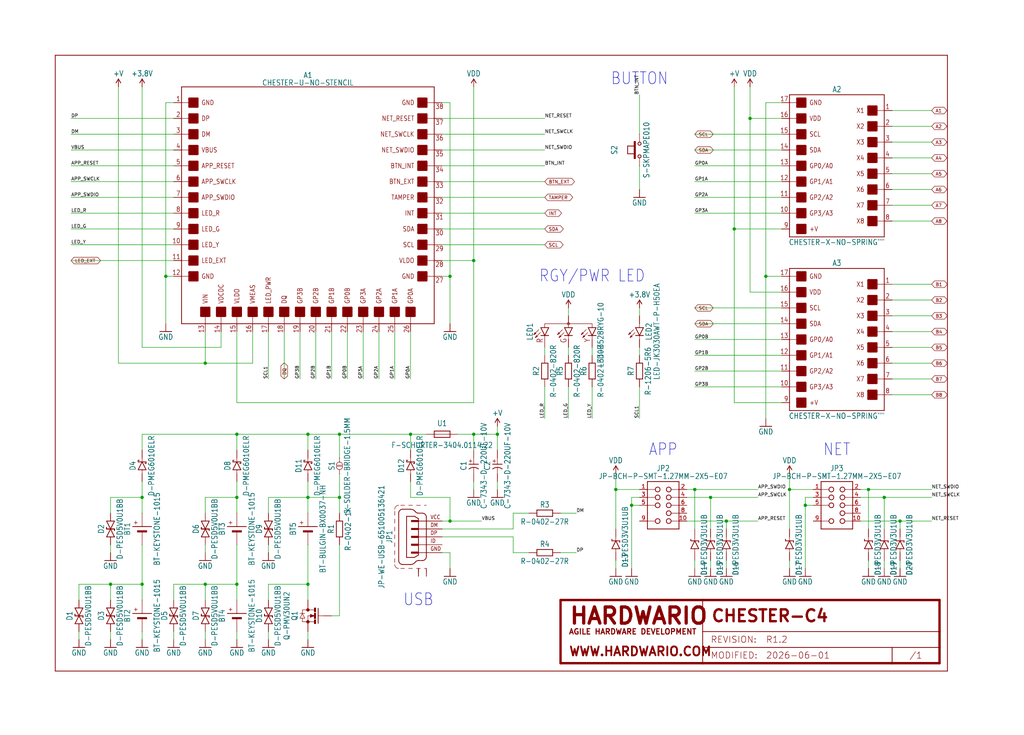
<source format=kicad_sch>
(kicad_sch (version 20230121) (generator eeschema)
  (paper "User" 329.438 236.474)
  (junction (at 144.78 167.64))
  (junction (at 246.38 88.9))
  (junction (at 76.2 160.02))
  (junction (at 144.78 88.9))
  (junction (at 35.56 187.96))
  (junction (at 45.72 187.96))
  (junction (at 279.4 157.48))
  (junction (at 241.3 38.1))
  (junction (at 152.4 139.7))
  (junction (at 259.08 162.56))
  (junction (at 198.12 157.48))
  (junction (at 45.72 160.02))
  (junction (at 160.02 139.7))
  (junction (at 289.56 167.64))
  (junction (at 53.34 88.9))
  (junction (at 152.4 83.82))
  (junction (at 66.04 187.96))
  (junction (at 233.68 167.64))
  (junction (at 132.08 139.7))
  (junction (at 76.2 187.96))
  (junction (at 236.22 73.66))
  (junction (at 99.06 187.96))
  (junction (at 223.52 157.48))
  (junction (at 99.06 139.7))
  (junction (at 203.2 162.56))
  (junction (at 66.04 116.84))
  (junction (at 284.48 160.02))
  (junction (at 228.6 160.02))
  (junction (at 109.22 139.7))
  (junction (at 99.06 160.02))
  (junction (at 76.2 139.7))
  (junction (at 109.22 160.02))
  (junction (at 254 157.48))
  (wire (pts (xy 144.78 33.02) (xy 144.78 88.9)) (stroke (width 0.1524)))
  (wire (pts (xy 142.24 63.5) (xy 175.26 63.5)) (stroke (width 0.1524)))
  (wire (pts (xy 116.84 106.68) (xy 116.84 121.92)) (stroke (width 0.1524)))
  (wire (pts (xy 251.46 93.98) (xy 241.3 93.98)) (stroke (width 0.1524)))
  (wire (pts (xy 55.88 38.1) (xy 22.86 38.1)) (stroke (width 0.1524)))
  (wire (pts (xy 287.02 91.44) (xy 299.72 91.44)) (stroke (width 0.1524)))
  (wire (pts (xy 228.6 170.18) (xy 228.6 160.02)) (stroke (width 0.1524)))
  (wire (pts (xy 175.26 114.3) (xy 175.26 111.76)) (stroke (width 0.1524)))
  (wire (pts (xy 220.98 160.02) (xy 228.6 160.02)) (stroke (width 0.1524)))
  (wire (pts (xy 251.46 114.3) (xy 223.52 114.3)) (stroke (width 0.1524)))
  (wire (pts (xy 287.02 50.8) (xy 299.72 50.8)) (stroke (width 0.1524)))
  (wire (pts (xy 236.22 73.66) (xy 251.46 73.66)) (stroke (width 0.1524)))
  (wire (pts (xy 241.3 38.1) (xy 251.46 38.1)) (stroke (width 0.1524)))
  (wire (pts (xy 251.46 119.38) (xy 223.52 119.38)) (stroke (width 0.1524)))
  (wire (pts (xy 35.56 187.96) (xy 45.72 187.96)) (stroke (width 0.1524)))
  (wire (pts (xy 86.36 160.02) (xy 99.06 160.02)) (stroke (width 0.1524)))
  (wire (pts (xy 261.62 160.02) (xy 259.08 160.02)) (stroke (width 0.1524)))
  (wire (pts (xy 55.88 48.26) (xy 22.86 48.26)) (stroke (width 0.1524)))
  (wire (pts (xy 66.04 160.02) (xy 76.2 160.02)) (stroke (width 0.1524)))
  (wire (pts (xy 66.04 193.04) (xy 66.04 187.96)) (stroke (width 0.1524)))
  (wire (pts (xy 55.88 33.02) (xy 53.34 33.02)) (stroke (width 0.1524)))
  (wire (pts (xy 287.02 96.52) (xy 299.72 96.52)) (stroke (width 0.1524)))
  (wire (pts (xy 142.24 43.18) (xy 175.26 43.18)) (stroke (width 0.1524)))
  (wire (pts (xy 66.04 177.8) (xy 66.04 175.26)) (stroke (width 0.1524)))
  (wire (pts (xy 66.04 116.84) (xy 81.28 116.84)) (stroke (width 0.1524)))
  (wire (pts (xy 76.2 160.02) (xy 76.2 165.1)) (stroke (width 0.1524)))
  (wire (pts (xy 190.5 134.62) (xy 190.5 124.46)) (stroke (width 0.1524)))
  (wire (pts (xy 246.38 88.9) (xy 246.38 33.02)) (stroke (width 0.1524)))
  (wire (pts (xy 228.6 182.88) (xy 228.6 180.34)) (stroke (width 0.1524)))
  (wire (pts (xy 99.06 187.96) (xy 99.06 175.26)) (stroke (width 0.1524)))
  (wire (pts (xy 142.24 58.42) (xy 175.26 58.42)) (stroke (width 0.1524)))
  (wire (pts (xy 38.1 116.84) (xy 66.04 116.84)) (stroke (width 0.1524)))
  (wire (pts (xy 205.74 162.56) (xy 203.2 162.56)) (stroke (width 0.1524)))
  (wire (pts (xy 165.1 165.1) (xy 170.18 165.1)) (stroke (width 0.1524)))
  (wire (pts (xy 109.22 198.12) (xy 106.68 198.12)) (stroke (width 0.1524)))
  (wire (pts (xy 86.36 203.2) (xy 86.36 205.74)) (stroke (width 0.1524)))
  (wire (pts (xy 251.46 43.18) (xy 223.52 43.18)) (stroke (width 0.1524)))
  (wire (pts (xy 99.06 144.78) (xy 99.06 139.7)) (stroke (width 0.1524)))
  (wire (pts (xy 66.04 205.74) (xy 66.04 203.2)) (stroke (width 0.1524)))
  (wire (pts (xy 190.5 114.3) (xy 190.5 111.76)) (stroke (width 0.1524)))
  (wire (pts (xy 53.34 33.02) (xy 53.34 88.9)) (stroke (width 0.1524)))
  (wire (pts (xy 251.46 53.34) (xy 223.52 53.34)) (stroke (width 0.1524)))
  (wire (pts (xy 45.72 111.76) (xy 45.72 27.94)) (stroke (width 0.1524)))
  (wire (pts (xy 142.24 48.26) (xy 175.26 48.26)) (stroke (width 0.1524)))
  (wire (pts (xy 182.88 114.3) (xy 182.88 111.76)) (stroke (width 0.1524)))
  (wire (pts (xy 147.32 139.7) (xy 152.4 139.7)) (stroke (width 0.1524)))
  (wire (pts (xy 180.34 165.1) (xy 185.42 165.1)) (stroke (width 0.1524)))
  (wire (pts (xy 35.56 205.74) (xy 35.56 203.2)) (stroke (width 0.1524)))
  (wire (pts (xy 132.08 160.02) (xy 144.78 160.02)) (stroke (width 0.1524)))
  (wire (pts (xy 91.44 106.68) (xy 91.44 121.92)) (stroke (width 0.1524)))
  (wire (pts (xy 287.02 60.96) (xy 299.72 60.96)) (stroke (width 0.1524)))
  (wire (pts (xy 233.68 170.18) (xy 233.68 167.64)) (stroke (width 0.1524)))
  (wire (pts (xy 203.2 182.88) (xy 203.2 162.56)) (stroke (width 0.1524)))
  (wire (pts (xy 38.1 27.94) (xy 38.1 116.84)) (stroke (width 0.1524)))
  (wire (pts (xy 236.22 73.66) (xy 236.22 27.94)) (stroke (width 0.1524)))
  (wire (pts (xy 228.6 160.02) (xy 243.84 160.02)) (stroke (width 0.1524)))
  (wire (pts (xy 198.12 157.48) (xy 205.74 157.48)) (stroke (width 0.1524)))
  (wire (pts (xy 205.74 30.48) (xy 205.74 43.18)) (stroke (width 0.1524)))
  (wire (pts (xy 144.78 182.88) (xy 144.78 177.8)) (stroke (width 0.1524)))
  (wire (pts (xy 152.4 129.54) (xy 152.4 83.82)) (stroke (width 0.1524)))
  (wire (pts (xy 175.26 124.46) (xy 175.26 134.62)) (stroke (width 0.1524)))
  (wire (pts (xy 121.92 106.68) (xy 121.92 121.92)) (stroke (width 0.1524)))
  (wire (pts (xy 35.56 193.04) (xy 35.56 187.96)) (stroke (width 0.1524)))
  (wire (pts (xy 220.98 157.48) (xy 223.52 157.48)) (stroke (width 0.1524)))
  (wire (pts (xy 198.12 152.4) (xy 198.12 157.48)) (stroke (width 0.1524)))
  (wire (pts (xy 254 170.18) (xy 254 157.48)) (stroke (width 0.1524)))
  (wire (pts (xy 223.52 170.18) (xy 223.52 157.48)) (stroke (width 0.1524)))
  (wire (pts (xy 180.34 177.8) (xy 185.42 177.8)) (stroke (width 0.1524)))
  (wire (pts (xy 76.2 187.96) (xy 76.2 175.26)) (stroke (width 0.1524)))
  (wire (pts (xy 55.88 205.74) (xy 55.88 203.2)) (stroke (width 0.1524)))
  (wire (pts (xy 251.46 58.42) (xy 223.52 58.42)) (stroke (width 0.1524)))
  (wire (pts (xy 182.88 124.46) (xy 182.88 134.62)) (stroke (width 0.1524)))
  (wire (pts (xy 35.56 160.02) (xy 45.72 160.02)) (stroke (width 0.1524)))
  (wire (pts (xy 246.38 33.02) (xy 251.46 33.02)) (stroke (width 0.1524)))
  (wire (pts (xy 152.4 144.78) (xy 152.4 139.7)) (stroke (width 0.1524)))
  (wire (pts (xy 35.56 177.8) (xy 35.56 175.26)) (stroke (width 0.1524)))
  (wire (pts (xy 165.1 172.72) (xy 165.1 177.8)) (stroke (width 0.1524)))
  (wire (pts (xy 144.78 104.14) (xy 144.78 88.9)) (stroke (width 0.1524)))
  (wire (pts (xy 198.12 182.88) (xy 198.12 180.34)) (stroke (width 0.1524)))
  (wire (pts (xy 25.4 205.74) (xy 25.4 203.2)) (stroke (width 0.1524)))
  (wire (pts (xy 287.02 71.12) (xy 299.72 71.12)) (stroke (width 0.1524)))
  (wire (pts (xy 35.56 165.1) (xy 35.56 160.02)) (stroke (width 0.1524)))
  (wire (pts (xy 109.22 152.4) (xy 109.22 160.02)) (stroke (width 0.1524)))
  (wire (pts (xy 45.72 139.7) (xy 76.2 139.7)) (stroke (width 0.1524)))
  (wire (pts (xy 152.4 157.48) (xy 152.4 154.94)) (stroke (width 0.1524)))
  (wire (pts (xy 251.46 68.58) (xy 223.52 68.58)) (stroke (width 0.1524)))
  (wire (pts (xy 142.24 38.1) (xy 175.26 38.1)) (stroke (width 0.1524)))
  (wire (pts (xy 76.2 129.54) (xy 152.4 129.54)) (stroke (width 0.1524)))
  (wire (pts (xy 254 152.4) (xy 254 157.48)) (stroke (width 0.1524)))
  (wire (pts (xy 254 182.88) (xy 254 180.34)) (stroke (width 0.1524)))
  (wire (pts (xy 241.3 93.98) (xy 241.3 38.1)) (stroke (width 0.1524)))
  (wire (pts (xy 53.34 88.9) (xy 55.88 88.9)) (stroke (width 0.1524)))
  (wire (pts (xy 284.48 170.18) (xy 284.48 160.02)) (stroke (width 0.1524)))
  (wire (pts (xy 251.46 88.9) (xy 246.38 88.9)) (stroke (width 0.1524)))
  (wire (pts (xy 279.4 170.18) (xy 279.4 157.48)) (stroke (width 0.1524)))
  (wire (pts (xy 142.24 33.02) (xy 144.78 33.02)) (stroke (width 0.1524)))
  (wire (pts (xy 142.24 172.72) (xy 165.1 172.72)) (stroke (width 0.1524)))
  (wire (pts (xy 76.2 139.7) (xy 76.2 144.78)) (stroke (width 0.1524)))
  (wire (pts (xy 109.22 160.02) (xy 99.06 160.02)) (stroke (width 0.1524)))
  (wire (pts (xy 55.88 68.58) (xy 22.86 68.58)) (stroke (width 0.1524)))
  (wire (pts (xy 99.06 154.94) (xy 99.06 160.02)) (stroke (width 0.1524)))
  (wire (pts (xy 109.22 147.32) (xy 109.22 139.7)) (stroke (width 0.1524)))
  (wire (pts (xy 287.02 55.88) (xy 299.72 55.88)) (stroke (width 0.1524)))
  (wire (pts (xy 287.02 35.56) (xy 299.72 35.56)) (stroke (width 0.1524)))
  (wire (pts (xy 246.38 134.62) (xy 246.38 88.9)) (stroke (width 0.1524)))
  (wire (pts (xy 152.4 83.82) (xy 142.24 83.82)) (stroke (width 0.1524)))
  (wire (pts (xy 205.74 124.46) (xy 205.74 134.62)) (stroke (width 0.1524)))
  (wire (pts (xy 233.68 167.64) (xy 243.84 167.64)) (stroke (width 0.1524)))
  (wire (pts (xy 76.2 193.04) (xy 76.2 187.96)) (stroke (width 0.1524)))
  (wire (pts (xy 71.12 106.68) (xy 71.12 111.76)) (stroke (width 0.1524)))
  (wire (pts (xy 55.88 58.42) (xy 22.86 58.42)) (stroke (width 0.1524)))
  (wire (pts (xy 86.36 165.1) (xy 86.36 160.02)) (stroke (width 0.1524)))
  (wire (pts (xy 55.88 53.34) (xy 22.86 53.34)) (stroke (width 0.1524)))
  (wire (pts (xy 53.34 104.14) (xy 53.34 88.9)) (stroke (width 0.1524)))
  (wire (pts (xy 251.46 99.06) (xy 223.52 99.06)) (stroke (width 0.1524)))
  (wire (pts (xy 287.02 127) (xy 299.72 127)) (stroke (width 0.1524)))
  (wire (pts (xy 109.22 165.1) (xy 109.22 160.02)) (stroke (width 0.1524)))
  (wire (pts (xy 261.62 162.56) (xy 259.08 162.56)) (stroke (width 0.1524)))
  (wire (pts (xy 287.02 116.84) (xy 299.72 116.84)) (stroke (width 0.1524)))
  (wire (pts (xy 132.08 154.94) (xy 132.08 160.02)) (stroke (width 0.1524)))
  (wire (pts (xy 45.72 160.02) (xy 45.72 165.1)) (stroke (width 0.1524)))
  (wire (pts (xy 165.1 170.18) (xy 165.1 165.1)) (stroke (width 0.1524)))
  (wire (pts (xy 99.06 193.04) (xy 99.06 187.96)) (stroke (width 0.1524)))
  (wire (pts (xy 205.74 114.3) (xy 205.74 111.76)) (stroke (width 0.1524)))
  (wire (pts (xy 160.02 144.78) (xy 160.02 139.7)) (stroke (width 0.1524)))
  (wire (pts (xy 287.02 106.68) (xy 299.72 106.68)) (stroke (width 0.1524)))
  (wire (pts (xy 81.28 116.84) (xy 81.28 106.68)) (stroke (width 0.1524)))
  (wire (pts (xy 236.22 73.66) (xy 236.22 129.54)) (stroke (width 0.1524)))
  (wire (pts (xy 236.22 129.54) (xy 251.46 129.54)) (stroke (width 0.1524)))
  (wire (pts (xy 45.72 193.04) (xy 45.72 187.96)) (stroke (width 0.1524)))
  (wire (pts (xy 132.08 106.68) (xy 132.08 121.92)) (stroke (width 0.1524)))
  (wire (pts (xy 220.98 167.64) (xy 233.68 167.64)) (stroke (width 0.1524)))
  (wire (pts (xy 76.2 154.94) (xy 76.2 160.02)) (stroke (width 0.1524)))
  (wire (pts (xy 259.08 182.88) (xy 259.08 162.56)) (stroke (width 0.1524)))
  (wire (pts (xy 55.88 187.96) (xy 66.04 187.96)) (stroke (width 0.1524)))
  (wire (pts (xy 289.56 170.18) (xy 289.56 167.64)) (stroke (width 0.1524)))
  (wire (pts (xy 276.86 167.64) (xy 289.56 167.64)) (stroke (width 0.1524)))
  (wire (pts (xy 284.48 160.02) (xy 299.72 160.02)) (stroke (width 0.1524)))
  (wire (pts (xy 142.24 73.66) (xy 175.26 73.66)) (stroke (width 0.1524)))
  (wire (pts (xy 132.08 144.78) (xy 132.08 139.7)) (stroke (width 0.1524)))
  (wire (pts (xy 251.46 109.22) (xy 223.52 109.22)) (stroke (width 0.1524)))
  (wire (pts (xy 55.88 193.04) (xy 55.88 187.96)) (stroke (width 0.1524)))
  (wire (pts (xy 66.04 165.1) (xy 66.04 160.02)) (stroke (width 0.1524)))
  (wire (pts (xy 109.22 175.26) (xy 109.22 198.12)) (stroke (width 0.1524)))
  (wire (pts (xy 55.88 63.5) (xy 22.86 63.5)) (stroke (width 0.1524)))
  (wire (pts (xy 289.56 167.64) (xy 299.72 167.64)) (stroke (width 0.1524)))
  (wire (pts (xy 66.04 116.84) (xy 66.04 106.68)) (stroke (width 0.1524)))
  (wire (pts (xy 160.02 157.48) (xy 160.02 154.94)) (stroke (width 0.1524)))
  (wire (pts (xy 144.78 160.02) (xy 144.78 167.64)) (stroke (width 0.1524)))
  (wire (pts (xy 25.4 193.04) (xy 25.4 187.96)) (stroke (width 0.1524)))
  (wire (pts (xy 160.02 139.7) (xy 152.4 139.7)) (stroke (width 0.1524)))
  (wire (pts (xy 142.24 167.64) (xy 144.78 167.64)) (stroke (width 0.1524)))
  (wire (pts (xy 86.36 177.8) (xy 86.36 175.26)) (stroke (width 0.1524)))
  (wire (pts (xy 287.02 45.72) (xy 299.72 45.72)) (stroke (width 0.1524)))
  (wire (pts (xy 45.72 205.74) (xy 45.72 203.2)) (stroke (width 0.1524)))
  (wire (pts (xy 144.78 167.64) (xy 154.94 167.64)) (stroke (width 0.1524)))
  (wire (pts (xy 223.52 157.48) (xy 243.84 157.48)) (stroke (width 0.1524)))
  (wire (pts (xy 45.72 144.78) (xy 45.72 139.7)) (stroke (width 0.1524)))
  (wire (pts (xy 287.02 111.76) (xy 299.72 111.76)) (stroke (width 0.1524)))
  (wire (pts (xy 198.12 170.18) (xy 198.12 157.48)) (stroke (width 0.1524)))
  (wire (pts (xy 142.24 170.18) (xy 165.1 170.18)) (stroke (width 0.1524)))
  (wire (pts (xy 251.46 48.26) (xy 223.52 48.26)) (stroke (width 0.1524)))
  (wire (pts (xy 144.78 177.8) (xy 142.24 177.8)) (stroke (width 0.1524)))
  (wire (pts (xy 142.24 68.58) (xy 175.26 68.58)) (stroke (width 0.1524)))
  (wire (pts (xy 203.2 160.02) (xy 205.74 160.02)) (stroke (width 0.1524)))
  (wire (pts (xy 55.88 73.66) (xy 22.86 73.66)) (stroke (width 0.1524)))
  (wire (pts (xy 45.72 187.96) (xy 45.72 175.26)) (stroke (width 0.1524)))
  (wire (pts (xy 76.2 205.74) (xy 76.2 203.2)) (stroke (width 0.1524)))
  (wire (pts (xy 279.4 157.48) (xy 299.72 157.48)) (stroke (width 0.1524)))
  (wire (pts (xy 152.4 27.94) (xy 152.4 83.82)) (stroke (width 0.1524)))
  (wire (pts (xy 205.74 53.34) (xy 205.74 60.96)) (stroke (width 0.1524)))
  (wire (pts (xy 259.08 162.56) (xy 259.08 160.02)) (stroke (width 0.1524)))
  (wire (pts (xy 276.86 157.48) (xy 279.4 157.48)) (stroke (width 0.1524)))
  (wire (pts (xy 99.06 160.02) (xy 99.06 165.1)) (stroke (width 0.1524)))
  (wire (pts (xy 96.52 106.68) (xy 96.52 121.92)) (stroke (width 0.1524)))
  (wire (pts (xy 279.4 182.88) (xy 279.4 180.34)) (stroke (width 0.1524)))
  (wire (pts (xy 251.46 124.46) (xy 223.52 124.46)) (stroke (width 0.1524)))
  (wire (pts (xy 101.6 106.68) (xy 101.6 121.92)) (stroke (width 0.1524)))
  (wire (pts (xy 251.46 63.5) (xy 223.52 63.5)) (stroke (width 0.1524)))
  (wire (pts (xy 289.56 182.88) (xy 289.56 180.34)) (stroke (width 0.1524)))
  (wire (pts (xy 241.3 27.94) (xy 241.3 38.1)) (stroke (width 0.1524)))
  (wire (pts (xy 287.02 40.64) (xy 299.72 40.64)) (stroke (width 0.1524)))
  (wire (pts (xy 106.68 106.68) (xy 106.68 121.92)) (stroke (width 0.1524)))
  (wire (pts (xy 109.22 139.7) (xy 99.06 139.7)) (stroke (width 0.1524)))
  (wire (pts (xy 287.02 66.04) (xy 299.72 66.04)) (stroke (width 0.1524)))
  (wire (pts (xy 142.24 53.34) (xy 175.26 53.34)) (stroke (width 0.1524)))
  (wire (pts (xy 182.88 99.06) (xy 182.88 101.6)) (stroke (width 0.1524)))
  (wire (pts (xy 111.76 106.68) (xy 111.76 121.92)) (stroke (width 0.1524)))
  (wire (pts (xy 276.86 160.02) (xy 284.48 160.02)) (stroke (width 0.1524)))
  (wire (pts (xy 86.36 193.04) (xy 86.36 187.96)) (stroke (width 0.1524)))
  (wire (pts (xy 127 106.68) (xy 127 121.92)) (stroke (width 0.1524)))
  (wire (pts (xy 76.2 106.68) (xy 76.2 129.54)) (stroke (width 0.1524)))
  (wire (pts (xy 251.46 104.14) (xy 223.52 104.14)) (stroke (width 0.1524)))
  (wire (pts (xy 142.24 78.74) (xy 175.26 78.74)) (stroke (width 0.1524)))
  (wire (pts (xy 233.68 182.88) (xy 233.68 180.34)) (stroke (width 0.1524)))
  (wire (pts (xy 55.88 83.82) (xy 22.86 83.82)) (stroke (width 0.1524)))
  (wire (pts (xy 205.74 99.06) (xy 205.74 101.6)) (stroke (width 0.1524)))
  (wire (pts (xy 86.36 106.68) (xy 86.36 121.92)) (stroke (width 0.1524)))
  (wire (pts (xy 71.12 111.76) (xy 45.72 111.76)) (stroke (width 0.1524)))
  (wire (pts (xy 287.02 101.6) (xy 299.72 101.6)) (stroke (width 0.1524)))
  (wire (pts (xy 287.02 121.92) (xy 299.72 121.92)) (stroke (width 0.1524)))
  (wire (pts (xy 261.62 157.48) (xy 254 157.48)) (stroke (width 0.1524)))
  (wire (pts (xy 144.78 88.9) (xy 142.24 88.9)) (stroke (width 0.1524)))
  (wire (pts (xy 160.02 137.16) (xy 160.02 139.7)) (stroke (width 0.1524)))
  (wire (pts (xy 203.2 162.56) (xy 203.2 160.02)) (stroke (width 0.1524)))
  (wire (pts (xy 284.48 182.88) (xy 284.48 180.34)) (stroke (width 0.1524)))
  (wire (pts (xy 25.4 187.96) (xy 35.56 187.96)) (stroke (width 0.1524)))
  (wire (pts (xy 99.06 205.74) (xy 99.06 203.2)) (stroke (width 0.1524)))
  (wire (pts (xy 86.36 187.96) (xy 99.06 187.96)) (stroke (width 0.1524)))
  (wire (pts (xy 66.04 187.96) (xy 76.2 187.96)) (stroke (width 0.1524)))
  (wire (pts (xy 165.1 177.8) (xy 170.18 177.8)) (stroke (width 0.1524)))
  (wire (pts (xy 55.88 78.74) (xy 22.86 78.74)) (stroke (width 0.1524)))
  (wire (pts (xy 223.52 182.88) (xy 223.52 180.34)) (stroke (width 0.1524)))
  (wire (pts (xy 45.72 154.94) (xy 45.72 160.02)) (stroke (width 0.1524)))
  (wire (pts (xy 99.06 139.7) (xy 76.2 139.7)) (stroke (width 0.1524)))
  (wire (pts (xy 109.22 139.7) (xy 132.08 139.7)) (stroke (width 0.1524)))
  (wire (pts (xy 55.88 43.18) (xy 22.86 43.18)) (stroke (width 0.1524)))
  (wire (pts (xy 132.08 139.7) (xy 137.16 139.7)) (stroke (width 0.1524)))
  (text "NET" (at 269.24 144.78 0) (effects (font (size 3.81 3.2385))))
  (text "USB" (at 134.62 193.04 0) (effects (font (size 3.81 3.2385))))
  (text "APP" (at 213.36 144.78 0) (effects (font (size 3.81 3.2385))))
  (text "RGY/PWR LED" (at 190.5 88.9 0) (effects (font (size 3.81 3.2385))))
  (text "BUTTON" (at 205.74 25.4 0) (effects (font (size 3.81 3.2385))))
  (label "DP" (at 22.86 38.1 0) (effects (font (size 1.0668 1.0668))))
  (label "GP2B" (at 101.6 121.92 90) (effects (font (size 1.0668 1.0668))))
  (label "NET_RESET" (at 175.26 38.1 0) (effects (font (size 1.0668 1.0668))))
  (label "NET_SWCLK" (at 299.72 160.02 0) (effects (font (size 1.0668 1.0668))))
  (label "BTN_INT" (at 175.26 53.34 0) (effects (font (size 1.0668 1.0668))))
  (label "DP" (at 185.42 177.8 0) (effects (font (size 1.0668 1.0668))))
  (label "NET_SWDIO" (at 175.26 48.26 0) (effects (font (size 1.0668 1.0668))))
  (label "VBUS" (at 154.94 167.64 0) (effects (font (size 1.0668 1.0668))))
  (label "LED_R" (at 175.26 134.62 90) (effects (font (size 1.0668 1.0668))))
  (label "NET_SWDIO" (at 299.72 157.48 0) (effects (font (size 1.0668 1.0668))))
  (label "APP_SWCLK" (at 22.86 58.42 0) (effects (font (size 1.0668 1.0668))))
  (label "NET_SWCLK" (at 175.26 43.18 0) (effects (font (size 1.0668 1.0668))))
  (label "GP1B" (at 106.68 121.92 90) (effects (font (size 1.0668 1.0668))))
  (label "DM" (at 185.42 165.1 0) (effects (font (size 1.0668 1.0668))))
  (label "APP_SWCLK" (at 243.84 160.02 0) (effects (font (size 1.0668 1.0668))))
  (label "GP2B" (at 223.52 119.38 0) (effects (font (size 1.0668 1.0668))))
  (label "GP1A" (at 127 121.92 90) (effects (font (size 1.0668 1.0668))))
  (label "GP0B" (at 111.76 121.92 90) (effects (font (size 1.0668 1.0668))))
  (label "GP1B" (at 223.52 114.3 0) (effects (font (size 1.0668 1.0668))))
  (label "GP3A" (at 223.52 68.58 0) (effects (font (size 1.0668 1.0668))))
  (label "LED_G" (at 22.86 73.66 0) (effects (font (size 1.0668 1.0668))))
  (label "GP2A" (at 223.52 63.5 0) (effects (font (size 1.0668 1.0668))))
  (label "GP3B" (at 96.52 121.92 90) (effects (font (size 1.0668 1.0668))))
  (label "GP1A" (at 223.52 58.42 0) (effects (font (size 1.0668 1.0668))))
  (label "GP0A" (at 223.52 53.34 0) (effects (font (size 1.0668 1.0668))))
  (label "LED_G" (at 182.88 134.62 90) (effects (font (size 1.0668 1.0668))))
  (label "SCL1" (at 205.74 134.62 90) (effects (font (size 1.0668 1.0668))))
  (label "LED_R" (at 22.86 68.58 0) (effects (font (size 1.0668 1.0668))))
  (label "GP2A" (at 121.92 121.92 90) (effects (font (size 1.0668 1.0668))))
  (label "APP_RESET" (at 243.84 167.64 0) (effects (font (size 1.0668 1.0668))))
  (label "GP3A" (at 116.84 121.92 90) (effects (font (size 1.0668 1.0668))))
  (label "LED_Y" (at 22.86 78.74 0) (effects (font (size 1.0668 1.0668))))
  (label "GP3B" (at 223.52 124.46 0) (effects (font (size 1.0668 1.0668))))
  (label "VBUS" (at 22.86 48.26 0) (effects (font (size 1.0668 1.0668))))
  (label "APP_RESET" (at 22.86 53.34 0) (effects (font (size 1.0668 1.0668))))
  (label "SCL1" (at 86.36 121.92 90) (effects (font (size 1.0668 1.0668))))
  (label "DM" (at 22.86 43.18 0) (effects (font (size 1.0668 1.0668))))
  (label "APP_SWDIO" (at 22.86 63.5 0) (effects (font (size 1.0668 1.0668))))
  (label "APP_SWDIO" (at 243.84 157.48 0) (effects (font (size 1.0668 1.0668))))
  (label "BTN_INT" (at 205.74 30.48 90) (effects (font (size 1.0668 1.0668))))
  (label "GP0A" (at 132.08 121.92 90) (effects (font (size 1.0668 1.0668))))
  (label "GP0B" (at 223.52 109.22 0) (effects (font (size 1.0668 1.0668))))
  (label "LED_Y" (at 190.5 134.62 90) (effects (font (size 1.0668 1.0668))))
  (label "NET_RESET" (at 299.72 167.64 0) (effects (font (size 1.0668 1.0668))))
  (global_label "B7" (shape bidirectional) (at 299.72 121.92 0) (effects (font (size 1.0668 1.0668))) (property "Intersheetrefs" "${INTERSHEET_REFS}" (effects hide)))
  (global_label "SCL" (shape bidirectional) (at 223.52 43.18 0) (effects (font (size 1.0668 1.0668))) (property "Intersheetrefs" "${INTERSHEET_REFS}" (effects hide)))
  (global_label "SDA" (shape bidirectional) (at 175.26 73.66 0) (effects (font (size 1.0668 1.0668))) (property "Intersheetrefs" "${INTERSHEET_REFS}" (effects hide)))
  (global_label "A4" (shape bidirectional) (at 299.72 50.8 0) (effects (font (size 1.0668 1.0668))) (property "Intersheetrefs" "${INTERSHEET_REFS}" (effects hide)))
  (global_label "DQ" (shape bidirectional) (at 91.44 121.92 90) (effects (font (size 1.0668 1.0668))) (property "Intersheetrefs" "${INTERSHEET_REFS}" (effects hide)))
  (global_label "A6" (shape bidirectional) (at 299.72 60.96 0) (effects (font (size 1.0668 1.0668))) (property "Intersheetrefs" "${INTERSHEET_REFS}" (effects hide)))
  (global_label "A2" (shape bidirectional) (at 299.72 40.64 0) (effects (font (size 1.0668 1.0668))) (property "Intersheetrefs" "${INTERSHEET_REFS}" (effects hide)))
  (global_label "B1" (shape bidirectional) (at 299.72 91.44 0) (effects (font (size 1.0668 1.0668))) (property "Intersheetrefs" "${INTERSHEET_REFS}" (effects hide)))
  (global_label "A5" (shape bidirectional) (at 299.72 55.88 0) (effects (font (size 1.0668 1.0668))) (property "Intersheetrefs" "${INTERSHEET_REFS}" (effects hide)))
  (global_label "B5" (shape bidirectional) (at 299.72 111.76 0) (effects (font (size 1.0668 1.0668))) (property "Intersheetrefs" "${INTERSHEET_REFS}" (effects hide)))
  (global_label "B3" (shape bidirectional) (at 299.72 101.6 0) (effects (font (size 1.0668 1.0668))) (property "Intersheetrefs" "${INTERSHEET_REFS}" (effects hide)))
  (global_label "TAMPER" (shape bidirectional) (at 175.26 63.5 0) (effects (font (size 1.0668 1.0668))) (property "Intersheetrefs" "${INTERSHEET_REFS}" (effects hide)))
  (global_label "SDA" (shape bidirectional) (at 223.52 48.26 0) (effects (font (size 1.0668 1.0668))) (property "Intersheetrefs" "${INTERSHEET_REFS}" (effects hide)))
  (global_label "A7" (shape bidirectional) (at 299.72 66.04 0) (effects (font (size 1.0668 1.0668))) (property "Intersheetrefs" "${INTERSHEET_REFS}" (effects hide)))
  (global_label "SDA" (shape bidirectional) (at 223.52 104.14 0) (effects (font (size 1.0668 1.0668))) (property "Intersheetrefs" "${INTERSHEET_REFS}" (effects hide)))
  (global_label "B4" (shape bidirectional) (at 299.72 106.68 0) (effects (font (size 1.0668 1.0668))) (property "Intersheetrefs" "${INTERSHEET_REFS}" (effects hide)))
  (global_label "SCL" (shape bidirectional) (at 223.52 99.06 0) (effects (font (size 1.0668 1.0668))) (property "Intersheetrefs" "${INTERSHEET_REFS}" (effects hide)))
  (global_label "B6" (shape bidirectional) (at 299.72 116.84 0) (effects (font (size 1.0668 1.0668))) (property "Intersheetrefs" "${INTERSHEET_REFS}" (effects hide)))
  (global_label "A1" (shape bidirectional) (at 299.72 35.56 0) (effects (font (size 1.0668 1.0668))) (property "Intersheetrefs" "${INTERSHEET_REFS}" (effects hide)))
  (global_label "A8" (shape bidirectional) (at 299.72 71.12 0) (effects (font (size 1.0668 1.0668))) (property "Intersheetrefs" "${INTERSHEET_REFS}" (effects hide)))
  (global_label "LED_EXT" (shape bidirectional) (at 22.86 83.82 0) (effects (font (size 1.0668 1.0668))) (property "Intersheetrefs" "${INTERSHEET_REFS}" (effects hide)))
  (global_label "B2" (shape bidirectional) (at 299.72 96.52 0) (effects (font (size 1.0668 1.0668))) (property "Intersheetrefs" "${INTERSHEET_REFS}" (effects hide)))
  (global_label "SCL" (shape bidirectional) (at 175.26 78.74 0) (effects (font (size 1.0668 1.0668))) (property "Intersheetrefs" "${INTERSHEET_REFS}" (effects hide)))
  (global_label "A3" (shape bidirectional) (at 299.72 45.72 0) (effects (font (size 1.0668 1.0668))) (property "Intersheetrefs" "${INTERSHEET_REFS}" (effects hide)))
  (global_label "INT" (shape bidirectional) (at 175.26 68.58 0) (effects (font (size 1.0668 1.0668))) (property "Intersheetrefs" "${INTERSHEET_REFS}" (effects hide)))
  (global_label "BTN_EXT" (shape bidirectional) (at 175.26 58.42 0) (effects (font (size 1.0668 1.0668))) (property "Intersheetrefs" "${INTERSHEET_REFS}" (effects hide)))
  (global_label "B8" (shape bidirectional) (at 299.72 127 0) (effects (font (size 1.0668 1.0668))) (property "Intersheetrefs" "${INTERSHEET_REFS}" (effects hide)))
  (symbol (lib_id "hio-chester-c4-eagle-import:BT-KEYSTONE-1015") (at 76.2 170.18 0) (unit 1)
    (property "Reference" "BT3" (at 72.39 170.18 90) (effects (font (size 1.778 1.5113)) (justify bottom)))
    (property "Value" "BT-KEYSTONE-1015" (at 80.01 170.18 90) (effects (font (size 1.778 1.5113)) (justify top)))
    (property "Footprint" "hio-chester-c4:KEYSTONE-1015_R" (effects hide))
  )
  (symbol (lib_id "hio-chester-c4-eagle-import:GND") (at 259.08 185.42 0) (unit 1)
    (property "Reference" "#GND06" (effects hide))
    (property "Value" "GND" (at 259.08 186.182 0) (effects (font (size 1.778 1.5113)) (justify top)))
  )
  (symbol (lib_id "hio-chester-c4-eagle-import:S-SKPMAPE010") (at 205.74 48.26 90) (unit 1)
    (property "Reference" "S2" (at 198.628 48.26 0) (effects (font (size 1.778 1.5113)) (justify bottom)))
    (property "Value" "S-SKPMAPE010" (at 207.01 48.26 0) (effects (font (size 1.778 1.5113)) (justify top)))
    (property "Footprint" "hio-chester-c4:SKPMAPE010_R" (effects hide))
  )
  (symbol (lib_id "hio-chester-c4-eagle-import:GND") (at 66.04 208.28 0) (unit 1)
    (property "Reference" "#GND013" (effects hide))
    (property "Value" "GND" (at 66.04 209.042 0) (effects (font (size 1.778 1.5113)) (justify top)))
  )
  (symbol (lib_id "hio-chester-c4-eagle-import:D-PESD3V3U1UB") (at 254 175.26 0) (unit 1)
    (property "Reference" "D17" (at 256.032 182.88 90) (effects (font (size 1.778 1.5113)) (justify top)))
    (property "Value" "D-PESD3V3U1UB" (at 256.032 175.26 90) (effects (font (size 1.778 1.5113)) (justify top)))
    (property "Footprint" "hio-chester-c4:PESDX_R" (effects hide))
  )
  (symbol (lib_id "hio-chester-c4-eagle-import:GND") (at 246.38 137.16 0) (unit 1)
    (property "Reference" "#GND02" (effects hide))
    (property "Value" "GND" (at 246.38 137.922 0) (effects (font (size 1.778 1.5113)) (justify top)))
  )
  (symbol (lib_id "hio-chester-c4-eagle-import:R-0402-1K") (at 109.22 170.18 90) (unit 1)
    (property "Reference" "R1" (at 107.442 170.18 0) (effects (font (size 1.778 1.5113)) (justify bottom)))
    (property "Value" "R-0402-1K" (at 110.998 170.18 0) (effects (font (size 1.778 1.5113)) (justify top)))
    (property "Footprint" "hio-chester-c4:RESISTOR-0402_R" (effects hide))
  )
  (symbol (lib_id "hio-chester-c4-eagle-import:D-PESD3V3U1UB") (at 289.56 175.26 0) (unit 1)
    (property "Reference" "D20" (at 291.592 182.88 90) (effects (font (size 1.778 1.5113)) (justify top)))
    (property "Value" "D-PESD3V3U1UB" (at 291.592 175.26 90) (effects (font (size 1.778 1.5113)) (justify top)))
    (property "Footprint" "hio-chester-c4:PESDX_R" (effects hide))
  )
  (symbol (lib_id "hio-chester-c4-eagle-import:GND") (at 144.78 185.42 0) (unit 1)
    (property "Reference" "#GND05" (effects hide))
    (property "Value" "GND" (at 144.78 186.182 0) (effects (font (size 1.778 1.5113)) (justify top)))
  )
  (symbol (lib_id "hio-chester-c4-eagle-import:CHESTER-X-NO-SPRING{dblquote}{dblquote}") (at 269.24 53.34 0) (mirror y) (unit 1)
    (property "Reference" "A2" (at 269.24 29.718 0) (effects (font (size 1.778 1.5113)) (justify bottom)))
    (property "Value" "CHESTER-X-NO-SPRING{dblquote}{dblquote}" (at 269.24 76.962 0) (effects (font (size 1.778 1.5113)) (justify top)))
    (property "Footprint" "hio-chester-c4:CHESTER-X-NO-SPRING" (effects hide))
  )
  (symbol (lib_id "hio-chester-c4-eagle-import:GND") (at 152.4 160.02 0) (unit 1)
    (property "Reference" "#GND038" (effects hide))
    (property "Value" "GND" (at 152.4 160.782 0) (effects (font (size 1.778 1.5113)) (justify top)))
  )
  (symbol (lib_id "hio-chester-c4-eagle-import:R-0402-330R") (at 190.5 119.38 90) (unit 1)
    (property "Reference" "R6" (at 188.722 119.38 0) (effects (font (size 1.778 1.5113)) (justify bottom)))
    (property "Value" "R-0402-330R" (at 192.278 119.38 0) (effects (font (size 1.778 1.5113)) (justify top)))
    (property "Footprint" "hio-chester-c4:RESISTOR-0402_R" (effects hide))
  )
  (symbol (lib_id "hio-chester-c4-eagle-import:BT-KEYSTONE-1015") (at 76.2 198.12 0) (unit 1)
    (property "Reference" "BT4" (at 72.39 198.12 90) (effects (font (size 1.778 1.5113)) (justify bottom)))
    (property "Value" "BT-KEYSTONE-1015" (at 80.01 198.12 90) (effects (font (size 1.778 1.5113)) (justify top)))
    (property "Footprint" "hio-chester-c4:KEYSTONE-1015_R" (effects hide))
  )
  (symbol (lib_id "hio-chester-c4-eagle-import:S-SOLDER-BRIDGE-1.5MM") (at 109.22 149.86 90) (unit 1)
    (property "Reference" "S1" (at 107.696 149.86 0) (effects (font (size 1.778 1.5113)) (justify bottom)))
    (property "Value" "S-SOLDER-BRIDGE-1.5MM" (at 110.744 149.86 0) (effects (font (size 1.778 1.5113)) (justify top)))
    (property "Footprint" "hio-chester-c4:SOLDER-BRIDGE-1.5MM" (effects hide))
  )
  (symbol (lib_id "hio-chester-c4-eagle-import:+3.8V") (at 45.72 27.94 0) (unit 1)
    (property "Reference" "#SUPPLY09" (effects hide))
    (property "Value" "+3.8V" (at 45.72 24.638 0) (effects (font (size 1.778 1.5113)) (justify bottom)))
  )
  (symbol (lib_id "hio-chester-c4-eagle-import:GND") (at 223.52 185.42 0) (unit 1)
    (property "Reference" "#GND034" (effects hide))
    (property "Value" "GND" (at 223.52 186.182 0) (effects (font (size 1.778 1.5113)) (justify top)))
  )
  (symbol (lib_id "hio-chester-c4-eagle-import:+V") (at 160.02 137.16 0) (unit 1)
    (property "Reference" "#SUPPLY011" (effects hide))
    (property "Value" "+V" (at 160.02 133.858 0) (effects (font (size 1.778 1.5113)) (justify bottom)))
  )
  (symbol (lib_id "hio-chester-c4-eagle-import:GND") (at 55.88 208.28 0) (unit 1)
    (property "Reference" "#GND015" (effects hide))
    (property "Value" "GND" (at 55.88 209.042 0) (effects (font (size 1.778 1.5113)) (justify top)))
  )
  (symbol (lib_id "hio-chester-c4-eagle-import:D-PESD5V0U1BB") (at 66.04 170.18 0) (unit 1)
    (property "Reference" "D6" (at 64.008 170.18 90) (effects (font (size 1.778 1.5113)) (justify bottom)))
    (property "Value" "D-PESD5V0U1BB" (at 68.072 170.18 90) (effects (font (size 1.778 1.5113)) (justify top)))
    (property "Footprint" "hio-chester-c4:PESDX_R" (effects hide))
  )
  (symbol (lib_id "hio-chester-c4-eagle-import:R-1206-5R6") (at 205.74 119.38 90) (unit 1)
    (property "Reference" "R7" (at 203.962 119.38 0) (effects (font (size 1.778 1.5113)) (justify bottom)))
    (property "Value" "R-1206-5R6" (at 207.518 119.38 0) (effects (font (size 1.778 1.5113)) (justify top)))
    (property "Footprint" "hio-chester-c4:RESISTOR-1206_R" (effects hide))
  )
  (symbol (lib_id "hio-chester-c4-eagle-import:F-SCHURTER-3404.0114.22") (at 142.24 139.7 0) (unit 1)
    (property "Reference" "U1" (at 142.24 137.16 0) (effects (font (size 1.778 1.5113)) (justify bottom)))
    (property "Value" "F-SCHURTER-3404.0114.22" (at 142.24 142.24 0) (effects (font (size 1.778 1.5113)) (justify top)))
    (property "Footprint" "hio-chester-c4:SCHURTER-3404.0114.22_R" (effects hide))
  )
  (symbol (lib_id "hio-chester-c4-eagle-import:D-PESD5V0U1BB") (at 86.36 198.12 0) (unit 1)
    (property "Reference" "D10" (at 84.328 198.12 90) (effects (font (size 1.778 1.5113)) (justify bottom)))
    (property "Value" "D-PESD5V0U1BB" (at 88.392 198.12 90) (effects (font (size 1.778 1.5113)) (justify top)))
    (property "Footprint" "hio-chester-c4:PESDX_R" (effects hide))
  )
  (symbol (lib_id "hio-chester-c4-eagle-import:D-PESD5V0U1BB") (at 35.56 198.12 0) (unit 1)
    (property "Reference" "D3" (at 33.528 198.12 90) (effects (font (size 1.778 1.5113)) (justify bottom)))
    (property "Value" "D-PESD5V0U1BB" (at 37.592 198.12 90) (effects (font (size 1.778 1.5113)) (justify top)))
    (property "Footprint" "hio-chester-c4:PESDX_R" (effects hide))
  )
  (symbol (lib_id "hio-chester-c4-eagle-import:D-PESD5V0U1BB") (at 35.56 170.18 0) (unit 1)
    (property "Reference" "D2" (at 33.528 170.18 90) (effects (font (size 1.778 1.5113)) (justify bottom)))
    (property "Value" "D-PESD5V0U1BB" (at 37.592 170.18 90) (effects (font (size 1.778 1.5113)) (justify top)))
    (property "Footprint" "hio-chester-c4:PESDX_R" (effects hide))
  )
  (symbol (lib_id "hio-chester-c4-eagle-import:D-PESD5V0U1BB") (at 25.4 198.12 0) (unit 1)
    (property "Reference" "D1" (at 23.368 198.12 90) (effects (font (size 1.778 1.5113)) (justify bottom)))
    (property "Value" "D-PESD5V0U1BB" (at 27.432 198.12 90) (effects (font (size 1.778 1.5113)) (justify top)))
    (property "Footprint" "hio-chester-c4:PESDX_R" (effects hide))
  )
  (symbol (lib_id "hio-chester-c4-eagle-import:D-PMEG6010ELR") (at 132.08 149.86 90) (unit 1)
    (property "Reference" "D12" (at 130.048 149.86 0) (effects (font (size 1.778 1.5113)) (justify bottom)))
    (property "Value" "D-PMEG6010ELR" (at 134.112 149.86 0) (effects (font (size 1.778 1.5113)) (justify top)))
    (property "Footprint" "hio-chester-c4:SOD-123W_R" (effects hide))
  )
  (symbol (lib_id "hio-chester-c4-eagle-import:GND") (at 198.12 185.42 0) (unit 1)
    (property "Reference" "#GND035" (effects hide))
    (property "Value" "GND" (at 198.12 186.182 0) (effects (font (size 1.778 1.5113)) (justify top)))
  )
  (symbol (lib_id "hio-chester-c4-eagle-import:R-0402-820R") (at 182.88 119.38 90) (unit 1)
    (property "Reference" "R5" (at 181.102 119.38 0) (effects (font (size 1.778 1.5113)) (justify bottom)))
    (property "Value" "R-0402-820R" (at 184.658 119.38 0) (effects (font (size 1.778 1.5113)) (justify top)))
    (property "Footprint" "hio-chester-c4:RESISTOR-0402_R" (effects hide))
  )
  (symbol (lib_id "hio-chester-c4-eagle-import:+3.8V") (at 205.74 99.06 0) (unit 1)
    (property "Reference" "#SUPPLY06" (effects hide))
    (property "Value" "+3.8V" (at 205.74 95.758 0) (effects (font (size 1.778 1.5113)) (justify bottom)))
  )
  (symbol (lib_id "hio-chester-c4-eagle-import:VDD") (at 198.12 152.4 0) (unit 1)
    (property "Reference" "#SUPPLY04" (effects hide))
    (property "Value" "VDD" (at 198.12 149.098 0) (effects (font (size 1.778 1.5113)) (justify bottom)))
  )
  (symbol (lib_id "hio-chester-c4-eagle-import:+V") (at 38.1 27.94 0) (unit 1)
    (property "Reference" "#SUPPLY05" (effects hide))
    (property "Value" "+V" (at 38.1 24.638 0) (effects (font (size 1.778 1.5113)) (justify bottom)))
  )
  (symbol (lib_id "hio-chester-c4-eagle-import:D-PESD3V3U1UB") (at 198.12 175.26 0) (unit 1)
    (property "Reference" "D13" (at 200.152 180.34 90) (effects (font (size 1.778 1.5113)) (justify top)))
    (property "Value" "D-PESD3V3U1UB" (at 200.152 172.72 90) (effects (font (size 1.778 1.5113)) (justify top)))
    (property "Footprint" "hio-chester-c4:PESDX_R" (effects hide))
  )
  (symbol (lib_id "hio-chester-c4-eagle-import:JP-BCH-P-SMT-1.27MM-2X5-E07") (at 213.36 162.56 0) (unit 1)
    (property "Reference" "JP2" (at 213.36 151.638 0) (effects (font (size 1.778 1.5113)) (justify bottom)))
    (property "Value" "JP-BCH-P-SMT-1.27MM-2X5-E07" (at 213.36 154.178 0) (effects (font (size 1.778 1.5113)) (justify bottom)))
    (property "Footprint" "hio-chester-c4:BCH-P-SMT-1.27MM-2X5-E07" (effects hide))
  )
  (symbol (lib_id "hio-chester-c4-eagle-import:Q-PMV30UN2") (at 101.6 198.12 0) (mirror y) (unit 1)
    (property "Reference" "Q1" (at 95.758 198.12 90) (effects (font (size 1.778 1.5113)) (justify top)))
    (property "Value" "Q-PMV30UN2" (at 93.218 198.12 90) (effects (font (size 1.778 1.5113)) (justify top)))
    (property "Footprint" "hio-chester-c4:SOT-23_R" (effects hide))
  )
  (symbol (lib_id "hio-chester-c4-eagle-import:JP-WE-USB-651005136421") (at 134.62 172.72 0) (mirror y) (unit 1)
    (property "Reference" "JP1" (at 126.238 172.72 90) (effects (font (size 1.778 1.5113)) (justify top)))
    (property "Value" "JP-WE-USB-651005136421" (at 123.698 172.72 90) (effects (font (size 1.778 1.5113)) (justify top)))
    (property "Footprint" "hio-chester-c4:WE-USB-651005136421_T" (effects hide))
  )
  (symbol (lib_id "hio-chester-c4-eagle-import:+V") (at 236.22 27.94 0) (unit 1)
    (property "Reference" "#SUPPLY01" (effects hide))
    (property "Value" "+V" (at 236.22 24.638 0) (effects (font (size 1.778 1.5113)) (justify bottom)))
  )
  (symbol (lib_id "hio-chester-c4-eagle-import:GND") (at 144.78 106.68 0) (unit 1)
    (property "Reference" "#GND03" (effects hide))
    (property "Value" "GND" (at 144.78 107.442 0) (effects (font (size 1.778 1.5113)) (justify top)))
  )
  (symbol (lib_id "hio-chester-c4-eagle-import:GND") (at 279.4 185.42 0) (unit 1)
    (property "Reference" "#GND039" (effects hide))
    (property "Value" "GND" (at 279.4 186.182 0) (effects (font (size 1.778 1.5113)) (justify top)))
  )
  (symbol (lib_id "hio-chester-c4-eagle-import:BT-BULGIN-BX0037-NH") (at 99.06 170.18 0) (unit 1)
    (property "Reference" "BT5" (at 95.25 170.18 90) (effects (font (size 1.778 1.5113)) (justify bottom)))
    (property "Value" "BT-BULGIN-BX0037-NH" (at 102.87 170.18 90) (effects (font (size 1.778 1.5113)) (justify top)))
    (property "Footprint" "hio-chester-c4:BULGIN-BX0037-NH_T" (effects hide))
  )
  (symbol (lib_id "hio-chester-c4-eagle-import:GND") (at 284.48 185.42 0) (unit 1)
    (property "Reference" "#GND041" (effects hide))
    (property "Value" "GND" (at 284.48 186.182 0) (effects (font (size 1.778 1.5113)) (justify top)))
  )
  (symbol (lib_id "hio-chester-c4-eagle-import:GND") (at 233.68 185.42 0) (unit 1)
    (property "Reference" "#GND037" (effects hide))
    (property "Value" "GND" (at 233.68 186.182 0) (effects (font (size 1.778 1.5113)) (justify top)))
  )
  (symbol (lib_id "hio-chester-c4-eagle-import:JP-BCH-P-SMT-1.27MM-2X5-E07") (at 269.24 162.56 0) (unit 1)
    (property "Reference" "JP3" (at 269.24 151.638 0) (effects (font (size 1.778 1.5113)) (justify bottom)))
    (property "Value" "JP-BCH-P-SMT-1.27MM-2X5-E07" (at 269.24 154.178 0) (effects (font (size 1.778 1.5113)) (justify bottom)))
    (property "Footprint" "hio-chester-c4:BCH-P-SMT-1.27MM-2X5-E07" (effects hide))
  )
  (symbol (lib_id "hio-chester-c4-eagle-import:D-PESD5V0U1BB") (at 55.88 198.12 0) (unit 1)
    (property "Reference" "D5" (at 53.848 198.12 90) (effects (font (size 1.778 1.5113)) (justify bottom)))
    (property "Value" "D-PESD5V0U1BB" (at 57.912 198.12 90) (effects (font (size 1.778 1.5113)) (justify top)))
    (property "Footprint" "hio-chester-c4:PESDX_R" (effects hide))
  )
  (symbol (lib_id "hio-chester-c4-eagle-import:BT-KEYSTONE-1015") (at 45.72 198.12 0) (unit 1)
    (property "Reference" "BT2" (at 41.91 198.12 90) (effects (font (size 1.778 1.5113)) (justify bottom)))
    (property "Value" "BT-KEYSTONE-1015" (at 49.53 198.12 90) (effects (font (size 1.778 1.5113)) (justify top)))
    (property "Footprint" "hio-chester-c4:KEYSTONE-1015_R" (effects hide))
  )
  (symbol (lib_id "hio-chester-c4-eagle-import:GND") (at 25.4 208.28 0) (unit 1)
    (property "Reference" "#GND033" (effects hide))
    (property "Value" "GND" (at 25.4 209.042 0) (effects (font (size 1.778 1.5113)) (justify top)))
  )
  (symbol (lib_id "hio-chester-c4-eagle-import:D-PESD3V3U1UB") (at 228.6 175.26 0) (unit 1)
    (property "Reference" "D15" (at 230.632 182.88 90) (effects (font (size 1.778 1.5113)) (justify top)))
    (property "Value" "D-PESD3V3U1UB" (at 230.632 175.26 90) (effects (font (size 1.778 1.5113)) (justify top)))
    (property "Footprint" "hio-chester-c4:PESDX_R" (effects hide))
  )
  (symbol (lib_id "hio-chester-c4-eagle-import:CHESTER-X-NO-SPRING{dblquote}{dblquote}") (at 269.24 109.22 0) (mirror y) (unit 1)
    (property "Reference" "A3" (at 269.24 85.598 0) (effects (font (size 1.778 1.5113)) (justify bottom)))
    (property "Value" "CHESTER-X-NO-SPRING{dblquote}{dblquote}" (at 269.24 132.842 0) (effects (font (size 1.778 1.5113)) (justify top)))
    (property "Footprint" "hio-chester-c4:CHESTER-X-NO-SPRING" (effects hide))
  )
  (symbol (lib_id "hio-chester-c4-eagle-import:GND") (at 45.72 208.28 0) (unit 1)
    (property "Reference" "#GND08" (effects hide))
    (property "Value" "GND" (at 45.72 209.042 0) (effects (font (size 1.778 1.5113)) (justify top)))
  )
  (symbol (lib_id "hio-chester-c4-eagle-import:FRAME-SCH/A4L-BRD/A4L-HARDWARIO") (at 20.32 213.36 0) (unit 1)
    (property "Reference" "FRAME1" (effects hide))
    (property "Value" "FRAME-SCH/A4L-BRD/A4L-HARDWARIO" (effects hide))
    (property "Footprint" "hio-chester-c4:FRAME-A3L-HARDWARIO" (effects hide))
    (property "PROJECT_NAME" "CHESTER-C4" (effects hide))
    (property "PROJECT_REVISION" "R1.2" (effects hide))
  )
  (symbol (lib_id "hio-chester-c4-eagle-import:C-7343-D-220UF-10V") (at 160.02 149.86 0) (unit 1)
    (property "Reference" "C2" (at 157.734 149.86 90) (effects (font (size 1.778 1.5113)) (justify bottom)))
    (property "Value" "C-7343-D-220UF-10V" (at 162.306 149.86 90) (effects (font (size 1.778 1.5113)) (justify top)))
    (property "Footprint" "hio-chester-c4:CAPACITOR-7343-D_R" (effects hide))
  )
  (symbol (lib_id "hio-chester-c4-eagle-import:GND") (at 86.36 208.28 0) (unit 1)
    (property "Reference" "#GND09" (effects hide))
    (property "Value" "GND" (at 86.36 209.042 0) (effects (font (size 1.778 1.5113)) (justify top)))
  )
  (symbol (lib_id "hio-chester-c4-eagle-import:D-PESD5V0U1BB") (at 86.36 170.18 0) (unit 1)
    (property "Reference" "D9" (at 84.328 170.18 90) (effects (font (size 1.778 1.5113)) (justify bottom)))
    (property "Value" "D-PESD5V0U1BB" (at 88.392 170.18 90) (effects (font (size 1.778 1.5113)) (justify top)))
    (property "Footprint" "hio-chester-c4:PESDX_R" (effects hide))
  )
  (symbol (lib_id "hio-chester-c4-eagle-import:D-PMEG6010ELR") (at 99.06 149.86 90) (unit 1)
    (property "Reference" "D11" (at 97.028 149.86 0) (effects (font (size 1.778 1.5113)) (justify bottom)))
    (property "Value" "D-PMEG6010ELR" (at 101.092 149.86 0) (effects (font (size 1.778 1.5113)) (justify top)))
    (property "Footprint" "hio-chester-c4:SOD-123W_R" (effects hide))
  )
  (symbol (lib_id "hio-chester-c4-eagle-import:GND") (at 228.6 185.42 0) (unit 1)
    (property "Reference" "#GND036" (effects hide))
    (property "Value" "GND" (at 228.6 186.182 0) (effects (font (size 1.778 1.5113)) (justify top)))
  )
  (symbol (lib_id "hio-chester-c4-eagle-import:R-0402-27R") (at 175.26 165.1 0) (unit 1)
    (property "Reference" "R3" (at 175.26 163.322 0) (effects (font (size 1.778 1.5113)) (justify bottom)))
    (property "Value" "R-0402-27R" (at 175.26 166.878 0) (effects (font (size 1.778 1.5113)) (justify top)))
    (property "Footprint" "hio-chester-c4:RESISTOR-0402_R" (effects hide))
  )
  (symbol (lib_id "hio-chester-c4-eagle-import:D-PMEG6010ELR") (at 45.72 149.86 90) (unit 1)
    (property "Reference" "D4" (at 43.688 149.86 0) (effects (font (size 1.778 1.5113)) (justify bottom)))
    (property "Value" "D-PMEG6010ELR" (at 47.752 149.86 0) (effects (font (size 1.778 1.5113)) (justify top)))
    (property "Footprint" "hio-chester-c4:SOD-123W_R" (effects hide))
  )
  (symbol (lib_id "hio-chester-c4-eagle-import:GND") (at 160.02 160.02 0) (unit 1)
    (property "Reference" "#GND043" (effects hide))
    (property "Value" "GND" (at 160.02 160.782 0) (effects (font (size 1.778 1.5113)) (justify top)))
  )
  (symbol (lib_id "hio-chester-c4-eagle-import:D-PESD3V3U1UB") (at 223.52 175.26 0) (unit 1)
    (property "Reference" "D14" (at 225.552 182.88 90) (effects (font (size 1.778 1.5113)) (justify top)))
    (property "Value" "D-PESD3V3U1UB" (at 225.552 175.26 90) (effects (font (size 1.778 1.5113)) (justify top)))
    (property "Footprint" "hio-chester-c4:PESDX_R" (effects hide))
  )
  (symbol (lib_id "hio-chester-c4-eagle-import:GND") (at 205.74 63.5 0) (mirror y) (unit 1)
    (property "Reference" "#GND01" (effects hide))
    (property "Value" "GND" (at 205.74 64.262 0) (effects (font (size 1.778 1.5113)) (justify top)))
  )
  (symbol (lib_id "hio-chester-c4-eagle-import:GND") (at 76.2 208.28 0) (unit 1)
    (property "Reference" "#GND07" (effects hide))
    (property "Value" "GND" (at 76.2 209.042 0) (effects (font (size 1.778 1.5113)) (justify top)))
  )
  (symbol (lib_id "hio-chester-c4-eagle-import:D-PESD3V3U1UB") (at 233.68 175.26 0) (unit 1)
    (property "Reference" "D16" (at 235.712 182.88 90) (effects (font (size 1.778 1.5113)) (justify top)))
    (property "Value" "D-PESD3V3U1UB" (at 235.712 175.26 90) (effects (font (size 1.778 1.5113)) (justify top)))
    (property "Footprint" "hio-chester-c4:PESDX_R" (effects hide))
  )
  (symbol (lib_id "hio-chester-c4-eagle-import:GND") (at 35.56 180.34 0) (unit 1)
    (property "Reference" "#GND010" (effects hide))
    (property "Value" "GND" (at 35.56 181.102 0) (effects (font (size 1.778 1.5113)) (justify top)))
  )
  (symbol (lib_id "hio-chester-c4-eagle-import:D-PESD5V0U1BB") (at 66.04 198.12 0) (unit 1)
    (property "Reference" "D7" (at 64.008 198.12 90) (effects (font (size 1.778 1.5113)) (justify bottom)))
    (property "Value" "D-PESD5V0U1BB" (at 68.072 198.12 90) (effects (font (size 1.778 1.5113)) (justify top)))
    (property "Footprint" "hio-chester-c4:PESDX_R" (effects hide))
  )
  (symbol (lib_id "hio-chester-c4-eagle-import:D-PESD3V3U1UB") (at 279.4 175.26 0) (unit 1)
    (property "Reference" "D18" (at 281.432 182.88 90) (effects (font (size 1.778 1.5113)) (justify top)))
    (property "Value" "D-PESD3V3U1UB" (at 281.432 175.26 90) (effects (font (size 1.778 1.5113)) (justify top)))
    (property "Footprint" "hio-chester-c4:PESDX_R" (effects hide))
  )
  (symbol (lib_id "hio-chester-c4-eagle-import:LED-3528RYG-10") (at 182.88 106.68 90) (mirror x) (unit 1)
    (property "Reference" "LED1" (at 171.45 106.68 0) (effects (font (size 1.778 1.5113)) (justify bottom)))
    (property "Value" "LED-3528RYG-10" (at 192.278 107.696 0) (effects (font (size 1.778 1.5113)) (justify top)))
    (property "Footprint" "hio-chester-c4:3528RYG-10_R" (effects hide))
  )
  (symbol (lib_id "hio-chester-c4-eagle-import:GND") (at 35.56 208.28 0) (unit 1)
    (property "Reference" "#GND011" (effects hide))
    (property "Value" "GND" (at 35.56 209.042 0) (effects (font (size 1.778 1.5113)) (justify top)))
  )
  (symbol (lib_id "hio-chester-c4-eagle-import:R-0402-27R") (at 175.26 177.8 0) (unit 1)
    (property "Reference" "R4" (at 175.26 176.022 0) (effects (font (size 1.778 1.5113)) (justify bottom)))
    (property "Value" "R-0402-27R" (at 175.26 179.578 0) (effects (font (size 1.778 1.5113)) (justify top)))
    (property "Footprint" "hio-chester-c4:RESISTOR-0402_R" (effects hide))
  )
  (symbol (lib_id "hio-chester-c4-eagle-import:GND") (at 203.2 185.42 0) (unit 1)
    (property "Reference" "#GND016" (effects hide))
    (property "Value" "GND" (at 203.2 186.182 0) (effects (font (size 1.778 1.5113)) (justify top)))
  )
  (symbol (lib_id "hio-chester-c4-eagle-import:BT-KEYSTONE-1015") (at 45.72 170.18 0) (unit 1)
    (property "Reference" "BT1" (at 41.91 170.18 90) (effects (font (size 1.778 1.5113)) (justify bottom)))
    (property "Value" "BT-KEYSTONE-1015" (at 49.53 170.18 90) (effects (font (size 1.778 1.5113)) (justify top)))
    (property "Footprint" "hio-chester-c4:KEYSTONE-1015_R" (effects hide))
  )
  (symbol (lib_id "hio-chester-c4-eagle-import:GND") (at 53.34 106.68 0) (unit 1)
    (property "Reference" "#GND04" (effects hide))
    (property "Value" "GND" (at 53.34 107.442 0) (effects (font (size 1.778 1.5113)) (justify top)))
  )
  (symbol (lib_id "hio-chester-c4-eagle-import:VDD") (at 241.3 27.94 0) (unit 1)
    (property "Reference" "#SUPPLY02" (effects hide))
    (property "Value" "VDD" (at 241.3 24.638 0) (effects (font (size 1.778 1.5113)) (justify bottom)))
  )
  (symbol (lib_id "hio-chester-c4-eagle-import:GND") (at 66.04 180.34 0) (unit 1)
    (property "Reference" "#GND012" (effects hide))
    (property "Value" "GND" (at 66.04 181.102 0) (effects (font (size 1.778 1.5113)) (justify top)))
  )
  (symbol (lib_id "hio-chester-c4-eagle-import:VDD") (at 182.88 99.06 0) (unit 1)
    (property "Reference" "#SUPPLY08" (effects hide))
    (property "Value" "VDD" (at 182.88 95.758 0) (effects (font (size 1.778 1.5113)) (justify bottom)))
  )
  (symbol (lib_id "hio-chester-c4-eagle-import:GND") (at 289.56 185.42 0) (unit 1)
    (property "Reference" "#GND042" (effects hide))
    (property "Value" "GND" (at 289.56 186.182 0) (effects (font (size 1.778 1.5113)) (justify top)))
  )
  (symbol (lib_id "hio-chester-c4-eagle-import:VDD") (at 152.4 27.94 0) (unit 1)
    (property "Reference" "#SUPPLY03" (effects hide))
    (property "Value" "VDD" (at 152.4 24.638 0) (effects (font (size 1.778 1.5113)) (justify bottom)))
  )
  (symbol (lib_id "hio-chester-c4-eagle-import:C-7343-D-220UF-10V") (at 152.4 149.86 0) (unit 1)
    (property "Reference" "C1" (at 150.114 149.86 90) (effects (font (size 1.778 1.5113)) (justify bottom)))
    (property "Value" "C-7343-D-220UF-10V" (at 154.686 149.86 90) (effects (font (size 1.778 1.5113)) (justify top)))
    (property "Footprint" "hio-chester-c4:CAPACITOR-7343-D_R" (effects hide))
  )
  (symbol (lib_id "hio-chester-c4-eagle-import:GND") (at 254 185.42 0) (unit 1)
    (property "Reference" "#GND040" (effects hide))
    (property "Value" "GND" (at 254 186.182 0) (effects (font (size 1.778 1.5113)) (justify top)))
  )
  (symbol (lib_id "hio-chester-c4-eagle-import:VDD") (at 254 152.4 0) (unit 1)
    (property "Reference" "#SUPPLY010" (effects hide))
    (property "Value" "VDD" (at 254 149.098 0) (effects (font (size 1.778 1.5113)) (justify bottom)))
  )
  (symbol (lib_id "hio-chester-c4-eagle-import:LED-JK3030AWT-P-H50EA") (at 205.74 106.68 90) (mirror x) (unit 1)
    (property "Reference" "LED2" (at 207.772 106.68 0) (effects (font (size 1.778 1.5113)) (justify top)))
    (property "Value" "LED-JK3030AWT-P-H50EA" (at 210.312 106.68 0) (effects (font (size 1.778 1.5113)) (justify top)))
    (property "Footprint" "hio-chester-c4:JK3030AWT" (effects hide))
  )
  (symbol (lib_id "hio-chester-c4-eagle-import:GND") (at 86.36 180.34 0) (unit 1)
    (property "Reference" "#GND014" (effects hide))
    (property "Value" "GND" (at 86.36 181.102 0) (effects (font (size 1.778 1.5113)) (justify top)))
  )
  (symbol (lib_id "hio-chester-c4-eagle-import:CHESTER-U-NO-STENCIL") (at 99.06 66.04 0) (unit 1)
    (property "Reference" "A1" (at 99.06 25.146 0) (effects (font (size 1.778 1.5113)) (justify bottom)))
    (property "Value" "CHESTER-U-NO-STENCIL" (at 99.06 25.654 0) (effects (font (size 1.778 1.5113)) (justify top)))
    (property "Footprint" "hio-chester-c4:CHESTER-U-NO-STENCIL" (effects hide))
  )
  (symbol (lib_id "hio-chester-c4-eagle-import:D-PESD3V3U1UB") (at 284.48 175.26 0) (unit 1)
    (property "Reference" "D19" (at 286.512 182.88 90) (effects (font (size 1.778 1.5113)) (justify top)))
    (property "Value" "D-PESD3V3U1UB" (at 286.512 175.26 90) (effects (font (size 1.778 1.5113)) (justify top)))
    (property "Footprint" "hio-chester-c4:PESDX_R" (effects hide))
  )
  (symbol (lib_id "hio-chester-c4-eagle-import:GND") (at 99.06 208.28 0) (unit 1)
    (property "Reference" "#GND080" (effects hide))
    (property "Value" "GND" (at 99.06 209.042 0) (effects (font (size 1.778 1.5113)) (justify top)))
  )
  (symbol (lib_id "hio-chester-c4-eagle-import:D-PMEG6010ELR") (at 76.2 149.86 90) (unit 1)
    (property "Reference" "D8" (at 74.168 149.86 0) (effects (font (size 1.778 1.5113)) (justify bottom)))
    (property "Value" "D-PMEG6010ELR" (at 78.232 149.86 0) (effects (font (size 1.778 1.5113)) (justify top)))
    (property "Footprint" "hio-chester-c4:SOD-123W_R" (effects hide))
  )
  (symbol (lib_id "hio-chester-c4-eagle-import:R-0402-820R") (at 175.26 119.38 90) (unit 1)
    (property "Reference" "R2" (at 173.482 119.38 0) (effects (font (size 1.778 1.5113)) (justify bottom)))
    (property "Value" "R-0402-820R" (at 177.038 119.38 0) (effects (font (size 1.778 1.5113)) (justify top)))
    (property "Footprint" "hio-chester-c4:RESISTOR-0402_R" (effects hide))
  )
)
</source>
